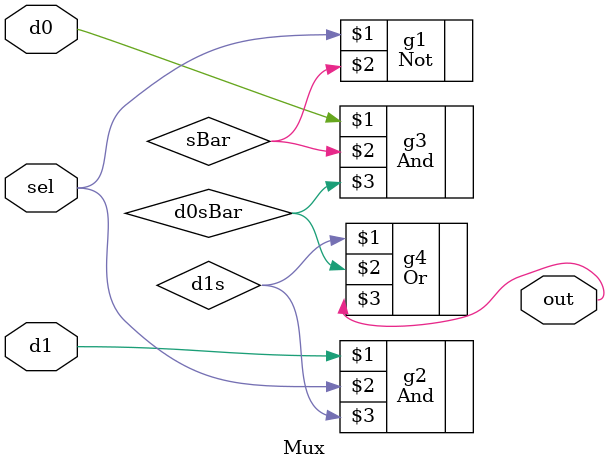
<source format=v>
`include "../01/Xor.v"

module Mux(d1,d0,sel,out);
    input d1,d0,sel;
    output out;

    //out = d1(sel) + d0(sel)'

    Not g1(sel,sBar);

    And g2(d1,sel,d1s);
    And g3(d0,sBar,d0sBar);

    Or g4(d1s,d0sBar,out);
endmodule
</source>
